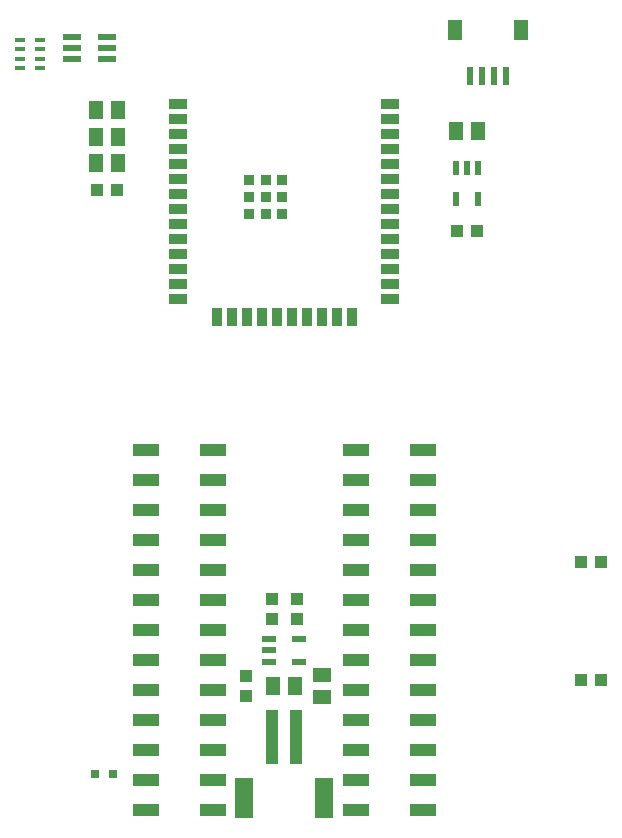
<source format=gbr>
G04 EAGLE Gerber RS-274X export*
G75*
%MOMM*%
%FSLAX34Y34*%
%LPD*%
%INSolderpaste Top*%
%IPPOS*%
%AMOC8*
5,1,8,0,0,1.08239X$1,22.5*%
G01*
%ADD10R,1.500000X0.900000*%
%ADD11R,0.900000X1.500000*%
%ADD12R,0.900000X0.900000*%
%ADD13R,1.000000X4.600000*%
%ADD14R,1.600000X3.400000*%
%ADD15R,1.200000X0.550000*%
%ADD16R,1.600000X0.500000*%
%ADD17R,0.900000X0.425000*%
%ADD18R,0.550000X1.200000*%
%ADD19R,1.100000X1.000000*%
%ADD20R,1.000000X1.100000*%
%ADD21R,1.500000X1.300000*%
%ADD22R,1.300000X1.500000*%
%ADD23R,0.800000X0.800000*%
%ADD24R,0.600000X1.550000*%
%ADD25R,1.200000X1.800000*%
%ADD26R,2.220000X1.020000*%


D10*
X-90000Y572300D03*
X-90000Y559600D03*
X-90000Y546900D03*
X-90000Y534200D03*
X-90000Y521500D03*
X-90000Y508800D03*
X-90000Y496100D03*
X-90000Y483400D03*
X-90000Y470700D03*
X-90000Y458000D03*
X-90000Y445300D03*
X-90000Y432600D03*
X-90000Y419900D03*
X-90000Y407200D03*
D11*
X-57150Y392300D03*
X-44450Y392300D03*
X-31750Y392300D03*
X-19050Y392300D03*
X-6350Y392300D03*
X6350Y392300D03*
X19050Y392300D03*
X31750Y392300D03*
X44450Y392300D03*
X57150Y392300D03*
D10*
X90000Y407200D03*
X90000Y419900D03*
X90000Y432600D03*
X90000Y445300D03*
X90000Y458000D03*
X90000Y470700D03*
X90000Y483400D03*
X90000Y496100D03*
X90000Y508800D03*
X90000Y521500D03*
X90000Y534200D03*
X90000Y546900D03*
X90000Y559600D03*
X90000Y572300D03*
D12*
X-29500Y507800D03*
X-29500Y479800D03*
X-29500Y493800D03*
X-15500Y479800D03*
X-1500Y479800D03*
X-15500Y493800D03*
X-15500Y507800D03*
X-1500Y493800D03*
X-1500Y507800D03*
D13*
X10000Y37000D03*
X-10000Y37000D03*
D14*
X34000Y-15000D03*
X-34000Y-15000D03*
D15*
X-13001Y119500D03*
X-13001Y110000D03*
X-13001Y100500D03*
X13001Y100500D03*
X13001Y119500D03*
D16*
X-179750Y629000D03*
X-179750Y620000D03*
X-179750Y611000D03*
X-150250Y611000D03*
X-150250Y620000D03*
X-150250Y629000D03*
D17*
X-206500Y603000D03*
X-206500Y611000D03*
X-206500Y619000D03*
X-206500Y627000D03*
X-223500Y627000D03*
X-223500Y619000D03*
X-223500Y611000D03*
X-223500Y603000D03*
D18*
X164500Y518000D03*
X155000Y518000D03*
X145500Y518000D03*
X145500Y492000D03*
X164500Y492000D03*
D19*
X-32500Y71500D03*
X-32500Y88500D03*
X10625Y153500D03*
X10625Y136500D03*
X-10625Y153500D03*
X-10625Y136500D03*
D20*
X-141500Y500000D03*
X-158500Y500000D03*
X146500Y465000D03*
X163500Y465000D03*
D21*
X32500Y89500D03*
X32500Y70500D03*
D22*
X-9500Y80000D03*
X9500Y80000D03*
X-140500Y545000D03*
X-159500Y545000D03*
X-140500Y567500D03*
X-159500Y567500D03*
X-140500Y522500D03*
X-159500Y522500D03*
D23*
X-160000Y5000D03*
X-145000Y5000D03*
D22*
X164500Y550000D03*
X145500Y550000D03*
D20*
X268500Y85000D03*
X251500Y85000D03*
X268500Y185000D03*
X251500Y185000D03*
D24*
X187500Y596110D03*
X177500Y596110D03*
X167500Y596110D03*
X157500Y596110D03*
D25*
X200500Y635110D03*
X144500Y635110D03*
D26*
X-60600Y203200D03*
X-117200Y203200D03*
X-60600Y177800D03*
X-117200Y177800D03*
X-60600Y152400D03*
X-117200Y152400D03*
X-60600Y127000D03*
X-117200Y127000D03*
X-60600Y101600D03*
X-117200Y101600D03*
X-60600Y76200D03*
X-117200Y76200D03*
X-60600Y50800D03*
X-117200Y50800D03*
X-60600Y0D03*
X-117200Y0D03*
X-60600Y228600D03*
X-117200Y228600D03*
X-60600Y254000D03*
X-117200Y254000D03*
X-60600Y279400D03*
X-117200Y279400D03*
X-60600Y-25400D03*
X-117200Y-25400D03*
X-60600Y25400D03*
X-117200Y25400D03*
X60600Y0D03*
X117200Y0D03*
X60600Y76200D03*
X117200Y76200D03*
X60600Y101600D03*
X117200Y101600D03*
X60600Y127000D03*
X117200Y127000D03*
X60600Y152400D03*
X117200Y152400D03*
X60600Y177800D03*
X117200Y177800D03*
X60600Y203200D03*
X117200Y203200D03*
X60600Y25400D03*
X117200Y25400D03*
X60600Y279400D03*
X117200Y279400D03*
X60600Y254000D03*
X117200Y254000D03*
X60600Y-25400D03*
X117200Y-25400D03*
X60600Y228600D03*
X117200Y228600D03*
X60600Y50800D03*
X117200Y50800D03*
M02*

</source>
